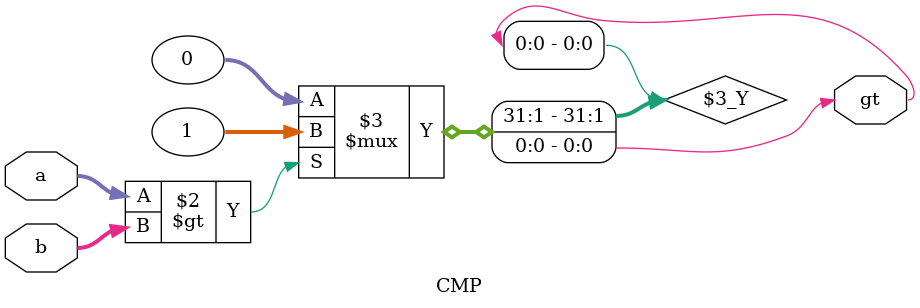
<source format=v>
module CMP(
        input [3:0] a, b,
        output reg  gt
    );
    always @ (a, b)
    begin
       gt = (a > b) ? 1 : 0; 
    end
endmodule
</source>
